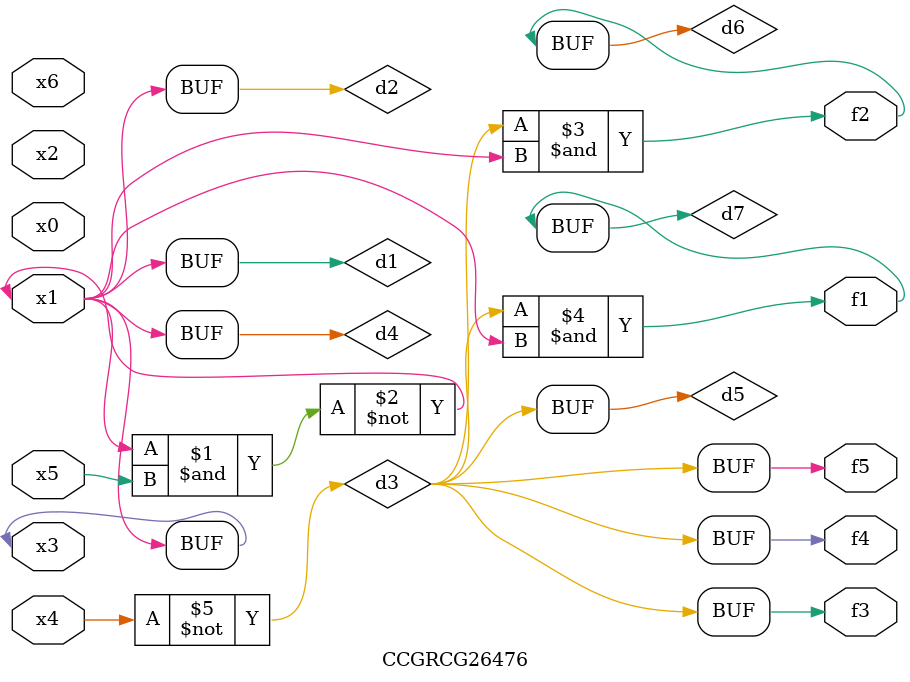
<source format=v>
module CCGRCG26476(
	input x0, x1, x2, x3, x4, x5, x6,
	output f1, f2, f3, f4, f5
);

	wire d1, d2, d3, d4, d5, d6, d7;

	buf (d1, x1, x3);
	nand (d2, x1, x5);
	not (d3, x4);
	buf (d4, d1, d2);
	buf (d5, d3);
	and (d6, d3, d4);
	and (d7, d3, d4);
	assign f1 = d7;
	assign f2 = d6;
	assign f3 = d5;
	assign f4 = d5;
	assign f5 = d5;
endmodule

</source>
